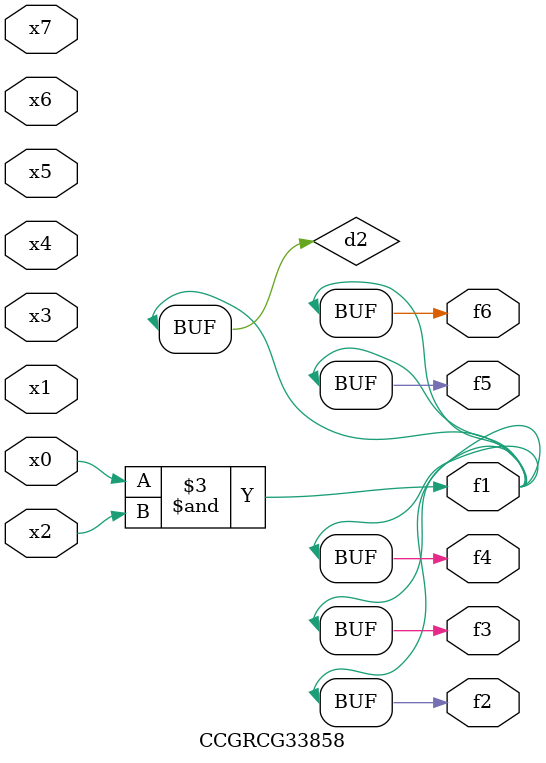
<source format=v>
module CCGRCG33858(
	input x0, x1, x2, x3, x4, x5, x6, x7,
	output f1, f2, f3, f4, f5, f6
);

	wire d1, d2;

	nor (d1, x3, x6);
	and (d2, x0, x2);
	assign f1 = d2;
	assign f2 = d2;
	assign f3 = d2;
	assign f4 = d2;
	assign f5 = d2;
	assign f6 = d2;
endmodule

</source>
